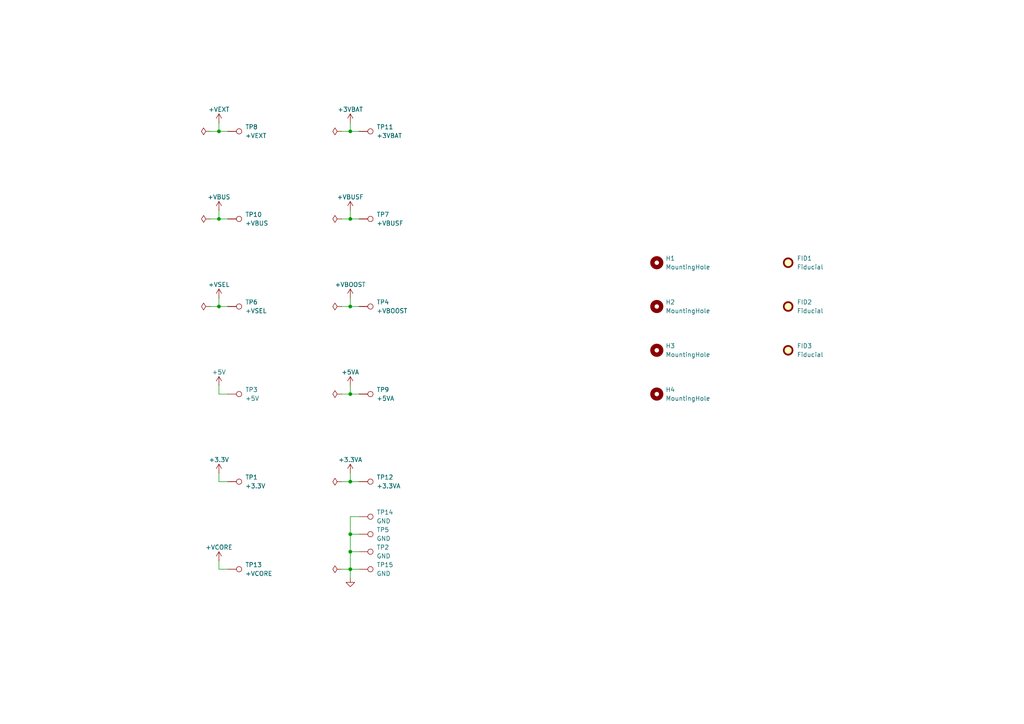
<source format=kicad_sch>
(kicad_sch (version 20231120) (generator "eeschema") (generator_version "8.0")
  (paper "A4")
  (title_block (title "EMBARCADOS - CURSO PCB") (date "2024-11-11") (rev "00") (company "Mechatronix Lab") (comment 1 "Eng. André A. M. Araújo"))
  (lib_symbols
    (symbol "EMBARCADOS - CURSO PCB:+5V" (power) (pin_numbers hide) (pin_names (offset 0) hide)
      (property "Value" "+5V" (at 0 3.556 0))
      (symbol "+5V_0_1"
        (polyline (pts (xy -0.762 1.27) (xy 0 2.54)))
        (polyline (pts (xy 0 0) (xy 0 2.54)))
        (polyline (pts (xy 0 2.54) (xy 0.762 1.27)))
      )
      (symbol "+5V_1_1"
        (pin power_in line (at 0 0 90) (length 0) (name "~") (number "1"))
      )
    )
    (symbol "EMBARCADOS - CURSO PCB:AUX FIDUCIAL" (exclude_from_sim yes) (in_bom no)
      (property "Reference" "FID" (at 0 5.08 0))
      (property "Value" "Fiducial" (at 0 3.175 0))
      (symbol "AUX FIDUCIAL_0_1"
        (circle (center 0 0) (radius 1.27) (stroke (width 0.508)) (fill (type background)))
      )
    )
    (symbol "EMBARCADOS - CURSO PCB:AUX MOUNTING HOLE" (pin_names (offset 1.016)) (exclude_from_sim yes) (in_bom no)
      (property "Reference" "H" (at 0 5.08 0))
      (property "Value" "MountingHole" (at 0 3.175 0))
      (symbol "AUX MOUNTING HOLE_0_1"
        (circle (center 0 0) (radius 1.27) (stroke (width 1.27)))
      )
    )
    (symbol "EMBARCADOS - CURSO PCB:AUX TEST POINT" (pin_numbers hide) (pin_names (offset 0.762) hide)
      (property "Reference" "TP" (at 0 6.858 0))
      (property "Value" "TestPoint" (at 0 5.08 0))
      (symbol "AUX TEST POINT_0_1"
        (circle (center 0 3.302) (radius 0.762))
      )
      (symbol "AUX TEST POINT_1_1"
        (pin passive line (at 0 0 90) (length 2.54) (name "1") (number "1"))
      )
    )
    (symbol "EMBARCADOS - CURSO PCB:POWER GND" (power) (pin_numbers hide) (pin_names (offset 0) hide)
      (property "Value" "POWER GND" (at 0 -3.81 0))
      (symbol "POWER GND_0_1"
        (polyline (pts (xy 0 0) (xy 0 -1.27) (xy 1.27 -1.27) (xy 0 -2.54) (xy -1.27 -1.27) (xy 0 -1.27)))
      )
      (symbol "POWER GND_1_1"
        (pin power_in line (at 0 0 270) (length 0) (name "~") (number "1"))
      )
    )
    (symbol "power:PWR_FLAG" (power) (pin_numbers hide) (pin_names (offset 0) hide)
      (property "Value" "PWR_FLAG" (at 0 3.81 0))
      (symbol "PWR_FLAG_0_0"
        (pin power_out line (at 0 0 90) (length 0) (name "~") (number "1"))
      )
      (symbol "PWR_FLAG_0_1"
        (polyline (pts (xy 0 0) (xy 0 1.27) (xy -1.016 1.905) (xy 0 2.54) (xy 1.016 1.905) (xy 0 1.27)))
      )
    )
  )
  (junction (at 101.6 63.5))
  (junction (at 101.6 154.94))
  (junction (at 101.6 160.02))
  (junction (at 63.5 63.5))
  (junction (at 63.5 38.1))
  (junction (at 63.5 88.9))
  (junction (at 101.6 114.3))
  (junction (at 101.6 88.9))
  (junction (at 101.6 38.1))
  (junction (at 101.6 165.1))
  (junction (at 101.6 139.7))
  (wire (pts (xy 101.6 149.86) (xy 101.6 154.94)))
  (wire (pts (xy 63.5 63.5) (xy 66.04 63.5)))
  (wire (pts (xy 63.5 35.56) (xy 63.5 38.1)))
  (wire (pts (xy 101.6 114.3) (xy 104.14 114.3)))
  (wire (pts (xy 63.5 137.16) (xy 63.5 139.7)))
  (wire (pts (xy 63.5 88.9) (xy 66.04 88.9)))
  (wire (pts (xy 63.5 162.56) (xy 63.5 165.1)))
  (wire (pts (xy 63.5 38.1) (xy 66.04 38.1)))
  (wire (pts (xy 101.6 165.1) (xy 104.14 165.1)))
  (wire (pts (xy 101.6 165.1) (xy 101.6 167.64)))
  (wire (pts (xy 63.5 165.1) (xy 66.04 165.1)))
  (wire (pts (xy 63.5 114.3) (xy 66.04 114.3)))
  (wire (pts (xy 99.06 165.1) (xy 101.6 165.1)))
  (wire (pts (xy 104.14 149.86) (xy 101.6 149.86)))
  (wire (pts (xy 99.06 114.3) (xy 101.6 114.3)))
  (wire (pts (xy 63.5 60.96) (xy 63.5 63.5)))
  (wire (pts (xy 101.6 88.9) (xy 104.14 88.9)))
  (wire (pts (xy 60.96 63.5) (xy 63.5 63.5)))
  (wire (pts (xy 101.6 139.7) (xy 104.14 139.7)))
  (wire (pts (xy 101.6 63.5) (xy 104.14 63.5)))
  (wire (pts (xy 63.5 139.7) (xy 66.04 139.7)))
  (wire (pts (xy 101.6 160.02) (xy 101.6 165.1)))
  (wire (pts (xy 101.6 35.56) (xy 101.6 38.1)))
  (wire (pts (xy 101.6 154.94) (xy 104.14 154.94)))
  (wire (pts (xy 60.96 88.9) (xy 63.5 88.9)))
  (wire (pts (xy 101.6 111.76) (xy 101.6 114.3)))
  (wire (pts (xy 63.5 111.76) (xy 63.5 114.3)))
  (wire (pts (xy 101.6 86.36) (xy 101.6 88.9)))
  (wire (pts (xy 99.06 139.7) (xy 101.6 139.7)))
  (wire (pts (xy 60.96 38.1) (xy 63.5 38.1)))
  (wire (pts (xy 101.6 38.1) (xy 104.14 38.1)))
  (wire (pts (xy 63.5 86.36) (xy 63.5 88.9)))
  (wire (pts (xy 99.06 63.5) (xy 101.6 63.5)))
  (wire (pts (xy 101.6 137.16) (xy 101.6 139.7)))
  (wire (pts (xy 99.06 38.1) (xy 101.6 38.1)))
  (wire (pts (xy 101.6 154.94) (xy 101.6 160.02)))
  (wire (pts (xy 101.6 60.96) (xy 101.6 63.5)))
  (wire (pts (xy 101.6 160.02) (xy 104.14 160.02)))
  (wire (pts (xy 99.06 88.9) (xy 101.6 88.9)))
  (symbol (lib_id "EMBARCADOS - CURSO PCB:+5V") (at 63.5 137.16 0) (unit 1)
    (property "Reference" "#PWR0110" (effects (hide yes)))
    (property "Value" "+3.3V" (at 63.5 133.35 0))
    (property "Description" "Power symbol creates a global label with name \"+5V\"" (effects (hide yes)))
  )
  (symbol (lib_id "EMBARCADOS - CURSO PCB:AUX MOUNTING HOLE") (at 190.5 114.3 0) (unit 1) (exclude_from_sim yes) (in_bom no)
    (property "Reference" "H4" (at 193.04 113.0299 0) (effects (justify left)))
    (property "Value" "MountingHole" (at 193.04 115.5699 0) (effects (justify left)))
    (property "Footprint" "EMBARCADOS - CURSO PCB:MountingHole_3.2mm_M3" (effects (hide yes)))
    (property "Description" "Mounting Hole without connection" (effects (hide yes)))
  )
  (symbol (lib_id "power:PWR_FLAG") (at 60.96 63.5 90) (unit 1)
    (property "Reference" "#FLG01" (effects (hide yes)))
    (property "Value" "PWR_FLAG" (effects (hide yes)))
    (property "Description" "Special symbol for telling ERC where power comes from" (effects (hide yes)))
  )
  (symbol (lib_id "EMBARCADOS - CURSO PCB:POWER GND") (at 101.6 167.64 0) (unit 1)
    (property "Reference" "#PWR0116" (effects (hide yes)))
    (property "Value" "GND" (effects (hide yes)))
    (property "Description" "Power symbol creates a global label with name \"GND\" , ground" (effects (hide yes)))
  )
  (symbol (lib_id "EMBARCADOS - CURSO PCB:+5V") (at 63.5 86.36 0) (unit 1)
    (property "Reference" "#PWR0109" (effects (hide yes)))
    (property "Value" "+VSEL" (at 63.5 82.55 0))
    (property "Description" "Power symbol creates a global label with name \"+5V\"" (effects (hide yes)))
  )
  (symbol (lib_id "EMBARCADOS - CURSO PCB:AUX TEST POINT") (at 104.14 165.1 270) (unit 1)
    (property "Reference" "TP15" (at 109.22 163.8299 90) (effects (justify left)))
    (property "Value" "GND" (at 109.22 166.3699 90) (effects (justify left)))
    (property "Footprint" "EMBARCADOS - CURSO PCB:TestPoint_Keystone_5000-5004_Miniature" (effects (hide yes)))
    (property "Description" "test point" (effects (hide yes)))
  )
  (symbol (lib_id "EMBARCADOS - CURSO PCB:AUX FIDUCIAL") (at 228.6 88.9 0) (unit 1) (exclude_from_sim yes) (in_bom no)
    (property "Reference" "FID2" (at 231.14 87.6299 0) (effects (justify left)))
    (property "Value" "Fiducial" (at 231.14 90.1699 0) (effects (justify left)))
    (property "Footprint" "EMBARCADOS - CURSO PCB:Fiducial_0.75mm_Mask1.5mm" (effects (hide yes)))
    (property "Description" "Fiducial Marker" (effects (hide yes)))
    (property "MPN" "-" (effects (hide yes)))
    (property "Manufacturer" "-" (effects (hide yes)))
    (property "3D Model" "-" (effects (hide yes)))
    (property "Notes" "DO NOT PLACE" (effects (hide yes)))
    (property "LCSC Part # " "-" (effects (hide yes)))
    (property "LCSC MPN " "-" (effects (hide yes)))
    (property "LCSC MANUFACTURER " "-" (effects (hide yes)))
  )
  (symbol (lib_id "EMBARCADOS - CURSO PCB:AUX TEST POINT") (at 104.14 149.86 270) (unit 1)
    (property "Reference" "TP14" (at 109.22 148.5899 90) (effects (justify left)))
    (property "Value" "GND" (at 109.22 151.1299 90) (effects (justify left)))
    (property "Footprint" "EMBARCADOS - CURSO PCB:TestPoint_Keystone_5000-5004_Miniature" (effects (hide yes)))
    (property "Description" "test point" (effects (hide yes)))
  )
  (symbol (lib_id "EMBARCADOS - CURSO PCB:+5V") (at 63.5 111.76 0) (unit 1)
    (property "Reference" "#PWR0112" (effects (hide yes)))
    (property "Value" "+5V" (at 63.5 107.95 0))
    (property "Description" "Power symbol creates a global label with name \"+5V\"" (effects (hide yes)))
  )
  (symbol (lib_id "power:PWR_FLAG") (at 60.96 38.1 90) (unit 1)
    (property "Reference" "#FLG02" (effects (hide yes)))
    (property "Value" "PWR_FLAG" (effects (hide yes)))
    (property "Description" "Special symbol for telling ERC where power comes from" (effects (hide yes)))
  )
  (symbol (lib_id "EMBARCADOS - CURSO PCB:+5V") (at 63.5 35.56 0) (unit 1)
    (property "Reference" "#PWR0107" (effects (hide yes)))
    (property "Value" "+VEXT" (at 63.5 31.75 0))
    (property "Description" "Power symbol creates a global label with name \"+5V\"" (effects (hide yes)))
  )
  (symbol (lib_id "EMBARCADOS - CURSO PCB:+5V") (at 101.6 60.96 0) (unit 1)
    (property "Reference" "#PWR0114" (effects (hide yes)))
    (property "Value" "+VBUSF" (at 101.6 57.15 0))
    (property "Description" "Power symbol creates a global label with name \"+5V\"" (effects (hide yes)))
  )
  (symbol (lib_id "EMBARCADOS - CURSO PCB:AUX TEST POINT") (at 66.04 38.1 270) (unit 1)
    (property "Reference" "TP8" (at 71.12 36.8299 90) (effects (justify left)))
    (property "Value" "+VEXT" (at 71.12 39.3699 90) (effects (justify left)))
    (property "Footprint" "EMBARCADOS - CURSO PCB:TestPoint_Keystone_5000-5004_Miniature" (effects (hide yes)))
    (property "Description" "test point" (effects (hide yes)))
  )
  (symbol (lib_id "EMBARCADOS - CURSO PCB:+5V") (at 63.5 60.96 0) (unit 1)
    (property "Reference" "#PWR0115" (effects (hide yes)))
    (property "Value" "+VBUS" (at 63.5 57.15 0))
    (property "Description" "Power symbol creates a global label with name \"+5V\"" (effects (hide yes)))
  )
  (symbol (lib_id "EMBARCADOS - CURSO PCB:AUX TEST POINT") (at 66.04 139.7 270) (unit 1)
    (property "Reference" "TP1" (at 71.12 138.4299 90) (effects (justify left)))
    (property "Value" "+3.3V" (at 71.12 140.9699 90) (effects (justify left)))
    (property "Footprint" "EMBARCADOS - CURSO PCB:TestPoint_Keystone_5000-5004_Miniature" (effects (hide yes)))
    (property "Description" "test point" (effects (hide yes)))
  )
  (symbol (lib_id "EMBARCADOS - CURSO PCB:AUX TEST POINT") (at 66.04 88.9 270) (unit 1)
    (property "Reference" "TP6" (at 71.12 87.6299 90) (effects (justify left)))
    (property "Value" "+VSEL" (at 71.12 90.1699 90) (effects (justify left)))
    (property "Footprint" "EMBARCADOS - CURSO PCB:TestPoint_Keystone_5000-5004_Miniature" (effects (hide yes)))
    (property "Description" "test point" (effects (hide yes)))
  )
  (symbol (lib_id "EMBARCADOS - CURSO PCB:AUX FIDUCIAL") (at 228.6 76.2 0) (unit 1) (exclude_from_sim yes) (in_bom no)
    (property "Reference" "FID1" (at 231.14 74.9299 0) (effects (justify left)))
    (property "Value" "Fiducial" (at 231.14 77.4699 0) (effects (justify left)))
    (property "Footprint" "EMBARCADOS - CURSO PCB:Fiducial_0.75mm_Mask1.5mm" (effects (hide yes)))
    (property "Description" "Fiducial Marker" (effects (hide yes)))
    (property "MPN" "-" (effects (hide yes)))
    (property "Manufacturer" "-" (effects (hide yes)))
    (property "3D Model" "-" (effects (hide yes)))
    (property "Notes" "DO NOT PLACE" (effects (hide yes)))
    (property "LCSC Part # " "-" (effects (hide yes)))
    (property "LCSC MPN " "-" (effects (hide yes)))
    (property "LCSC MANUFACTURER " "-" (effects (hide yes)))
  )
  (symbol (lib_id "EMBARCADOS - CURSO PCB:AUX TEST POINT") (at 104.14 63.5 270) (unit 1)
    (property "Reference" "TP7" (at 109.22 62.2299 90) (effects (justify left)))
    (property "Value" "+VBUSF" (at 109.22 64.7699 90) (effects (justify left)))
    (property "Footprint" "EMBARCADOS - CURSO PCB:TestPoint_Keystone_5000-5004_Miniature" (effects (hide yes)))
    (property "Description" "test point" (effects (hide yes)))
  )
  (symbol (lib_id "EMBARCADOS - CURSO PCB:AUX TEST POINT") (at 104.14 139.7 270) (unit 1)
    (property "Reference" "TP12" (at 109.22 138.4299 90) (effects (justify left)))
    (property "Value" "+3.3VA" (at 109.22 140.9699 90) (effects (justify left)))
    (property "Footprint" "EMBARCADOS - CURSO PCB:TestPoint_Keystone_5000-5004_Miniature" (effects (hide yes)))
    (property "Description" "test point" (effects (hide yes)))
  )
  (symbol (lib_id "EMBARCADOS - CURSO PCB:+5V") (at 63.5 162.56 0) (unit 1)
    (property "Reference" "#PWR0117" (effects (hide yes)))
    (property "Value" "+VCORE" (at 63.5 158.75 0))
    (property "Description" "Power symbol creates a global label with name \"+5V\"" (effects (hide yes)))
  )
  (symbol (lib_id "EMBARCADOS - CURSO PCB:AUX MOUNTING HOLE") (at 190.5 88.9 0) (unit 1) (exclude_from_sim yes) (in_bom no)
    (property "Reference" "H2" (at 193.04 87.6299 0) (effects (justify left)))
    (property "Value" "MountingHole" (at 193.04 90.1699 0) (effects (justify left)))
    (property "Footprint" "EMBARCADOS - CURSO PCB:MountingHole_3.2mm_M3" (effects (hide yes)))
    (property "Description" "Mounting Hole without connection" (effects (hide yes)))
  )
  (symbol (lib_id "power:PWR_FLAG") (at 99.06 38.1 90) (unit 1)
    (property "Reference" "#FLG08" (effects (hide yes)))
    (property "Value" "PWR_FLAG" (effects (hide yes)))
    (property "Description" "Special symbol for telling ERC where power comes from" (effects (hide yes)))
  )
  (symbol (lib_id "EMBARCADOS - CURSO PCB:+5V") (at 101.6 111.76 0) (unit 1)
    (property "Reference" "#PWR0113" (effects (hide yes)))
    (property "Value" "+5VA" (at 101.6 107.95 0))
    (property "Description" "Power symbol creates a global label with name \"+5V\"" (effects (hide yes)))
  )
  (symbol (lib_id "EMBARCADOS - CURSO PCB:+5V") (at 101.6 35.56 0) (unit 1)
    (property "Reference" "#PWR0108" (effects (hide yes)))
    (property "Value" "+3VBAT" (at 101.6 31.75 0))
    (property "Description" "Power symbol creates a global label with name \"+5V\"" (effects (hide yes)))
  )
  (symbol (lib_id "EMBARCADOS - CURSO PCB:AUX TEST POINT") (at 104.14 38.1 270) (unit 1)
    (property "Reference" "TP11" (at 109.22 36.8299 90) (effects (justify left)))
    (property "Value" "+3VBAT" (at 109.22 39.3699 90) (effects (justify left)))
    (property "Footprint" "EMBARCADOS - CURSO PCB:TestPoint_Keystone_5000-5004_Miniature" (effects (hide yes)))
    (property "Description" "test point" (effects (hide yes)))
  )
  (symbol (lib_id "power:PWR_FLAG") (at 99.06 63.5 90) (unit 1)
    (property "Reference" "#FLG03" (effects (hide yes)))
    (property "Value" "PWR_FLAG" (effects (hide yes)))
    (property "Description" "Special symbol for telling ERC where power comes from" (effects (hide yes)))
  )
  (symbol (lib_id "EMBARCADOS - CURSO PCB:AUX MOUNTING HOLE") (at 190.5 76.2 0) (unit 1) (exclude_from_sim yes) (in_bom no)
    (property "Reference" "H1" (at 193.04 74.9299 0) (effects (justify left)))
    (property "Value" "MountingHole" (at 193.04 77.4699 0) (effects (justify left)))
    (property "Footprint" "EMBARCADOS - CURSO PCB:MountingHole_3.2mm_M3" (effects (hide yes)))
    (property "Description" "Mounting Hole without connection" (effects (hide yes)))
  )
  (symbol (lib_id "EMBARCADOS - CURSO PCB:+5V") (at 101.6 86.36 0) (unit 1)
    (property "Reference" "#PWR0111" (effects (hide yes)))
    (property "Value" "+VBOOST" (at 101.6 82.55 0))
    (property "Description" "Power symbol creates a global label with name \"+5V\"" (effects (hide yes)))
  )
  (symbol (lib_id "EMBARCADOS - CURSO PCB:AUX TEST POINT") (at 66.04 165.1 270) (unit 1)
    (property "Reference" "TP13" (at 71.12 163.8299 90) (effects (justify left)))
    (property "Value" "+VCORE" (at 71.12 166.3699 90) (effects (justify left)))
    (property "Footprint" "EMBARCADOS - CURSO PCB:TestPoint_Keystone_5000-5004_Miniature" (effects (hide yes)))
    (property "Description" "test point" (effects (hide yes)))
  )
  (symbol (lib_id "EMBARCADOS - CURSO PCB:+5V") (at 101.6 137.16 0) (unit 1)
    (property "Reference" "#PWR0118" (effects (hide yes)))
    (property "Value" "+3.3VA" (at 101.6 133.35 0))
    (property "Description" "Power symbol creates a global label with name \"+5V\"" (effects (hide yes)))
  )
  (symbol (lib_id "EMBARCADOS - CURSO PCB:AUX TEST POINT") (at 66.04 63.5 270) (unit 1)
    (property "Reference" "TP10" (at 71.12 62.2299 90) (effects (justify left)))
    (property "Value" "+VBUS" (at 71.12 64.7699 90) (effects (justify left)))
    (property "Footprint" "EMBARCADOS - CURSO PCB:TestPoint_Keystone_5000-5004_Miniature" (effects (hide yes)))
    (property "Description" "test point" (effects (hide yes)))
  )
  (symbol (lib_id "EMBARCADOS - CURSO PCB:AUX TEST POINT") (at 104.14 154.94 270) (unit 1)
    (property "Reference" "TP5" (at 109.22 153.6699 90) (effects (justify left)))
    (property "Value" "GND" (at 109.22 156.2099 90) (effects (justify left)))
    (property "Footprint" "EMBARCADOS - CURSO PCB:TestPoint_Keystone_5000-5004_Miniature" (effects (hide yes)))
    (property "Description" "test point" (effects (hide yes)))
  )
  (symbol (lib_id "EMBARCADOS - CURSO PCB:AUX TEST POINT") (at 66.04 114.3 270) (unit 1)
    (property "Reference" "TP3" (at 71.12 113.0299 90) (effects (justify left)))
    (property "Value" "+5V" (at 71.12 115.5699 90) (effects (justify left)))
    (property "Footprint" "EMBARCADOS - CURSO PCB:TestPoint_Keystone_5000-5004_Miniature" (effects (hide yes)))
    (property "Description" "test point" (effects (hide yes)))
  )
  (symbol (lib_id "power:PWR_FLAG") (at 99.06 139.7 90) (unit 1)
    (property "Reference" "#FLG06" (effects (hide yes)))
    (property "Value" "PWR_FLAG" (effects (hide yes)))
    (property "Description" "Special symbol for telling ERC where power comes from" (effects (hide yes)))
  )
  (symbol (lib_id "EMBARCADOS - CURSO PCB:AUX TEST POINT") (at 104.14 88.9 270) (unit 1)
    (property "Reference" "TP4" (at 109.22 87.6299 90) (effects (justify left)))
    (property "Value" "+VBOOST" (at 109.22 90.1699 90) (effects (justify left)))
    (property "Footprint" "EMBARCADOS - CURSO PCB:TestPoint_Keystone_5000-5004_Miniature" (effects (hide yes)))
    (property "Description" "test point" (effects (hide yes)))
  )
  (symbol (lib_id "EMBARCADOS - CURSO PCB:AUX FIDUCIAL") (at 228.6 101.6 0) (unit 1) (exclude_from_sim yes) (in_bom no)
    (property "Reference" "FID3" (at 231.14 100.3299 0) (effects (justify left)))
    (property "Value" "Fiducial" (at 231.14 102.8699 0) (effects (justify left)))
    (property "Footprint" "EMBARCADOS - CURSO PCB:Fiducial_0.75mm_Mask1.5mm" (effects (hide yes)))
    (property "Description" "Fiducial Marker" (effects (hide yes)))
    (property "MPN" "-" (effects (hide yes)))
    (property "Manufacturer" "-" (effects (hide yes)))
    (property "3D Model" "-" (effects (hide yes)))
    (property "Notes" "DO NOT PLACE" (effects (hide yes)))
    (property "LCSC Part # " "-" (effects (hide yes)))
    (property "LCSC MPN " "-" (effects (hide yes)))
    (property "LCSC MANUFACTURER " "-" (effects (hide yes)))
  )
  (symbol (lib_id "EMBARCADOS - CURSO PCB:AUX TEST POINT") (at 104.14 160.02 270) (unit 1)
    (property "Reference" "TP2" (at 109.22 158.7499 90) (effects (justify left)))
    (property "Value" "GND" (at 109.22 161.2899 90) (effects (justify left)))
    (property "Footprint" "EMBARCADOS - CURSO PCB:TestPoint_Keystone_5000-5004_Miniature" (effects (hide yes)))
    (property "Description" "test point" (effects (hide yes)))
  )
  (symbol (lib_id "power:PWR_FLAG") (at 60.96 88.9 90) (unit 1)
    (property "Reference" "#FLG04" (effects (hide yes)))
    (property "Value" "PWR_FLAG" (effects (hide yes)))
    (property "Description" "Special symbol for telling ERC where power comes from" (effects (hide yes)))
  )
  (symbol (lib_id "EMBARCADOS - CURSO PCB:AUX TEST POINT") (at 104.14 114.3 270) (unit 1)
    (property "Reference" "TP9" (at 109.22 113.0299 90) (effects (justify left)))
    (property "Value" "+5VA" (at 109.22 115.5699 90) (effects (justify left)))
    (property "Footprint" "EMBARCADOS - CURSO PCB:TestPoint_Keystone_5000-5004_Miniature" (effects (hide yes)))
    (property "Description" "test point" (effects (hide yes)))
  )
  (symbol (lib_id "power:PWR_FLAG") (at 99.06 165.1 90) (unit 1)
    (property "Reference" "#FLG011" (effects (hide yes)))
    (property "Value" "PWR_FLAG" (effects (hide yes)))
    (property "Description" "Special symbol for telling ERC where power comes from" (effects (hide yes)))
  )
  (symbol (lib_id "power:PWR_FLAG") (at 99.06 114.3 90) (unit 1)
    (property "Reference" "#FLG07" (effects (hide yes)))
    (property "Value" "PWR_FLAG" (effects (hide yes)))
    (property "Description" "Special symbol for telling ERC where power comes from" (effects (hide yes)))
  )
  (symbol (lib_id "power:PWR_FLAG") (at 99.06 88.9 90) (unit 1)
    (property "Reference" "#FLG05" (effects (hide yes)))
    (property "Value" "PWR_FLAG" (effects (hide yes)))
    (property "Description" "Special symbol for telling ERC where power comes from" (effects (hide yes)))
  )
  (symbol (lib_id "EMBARCADOS - CURSO PCB:AUX MOUNTING HOLE") (at 190.5 101.6 0) (unit 1) (exclude_from_sim yes) (in_bom no)
    (property "Reference" "H3" (at 193.04 100.3299 0) (effects (justify left)))
    (property "Value" "MountingHole" (at 193.04 102.8699 0) (effects (justify left)))
    (property "Footprint" "EMBARCADOS - CURSO PCB:MountingHole_3.2mm_M3" (effects (hide yes)))
    (property "Description" "Mounting Hole without connection" (effects (hide yes)))
  )
)
</source>
